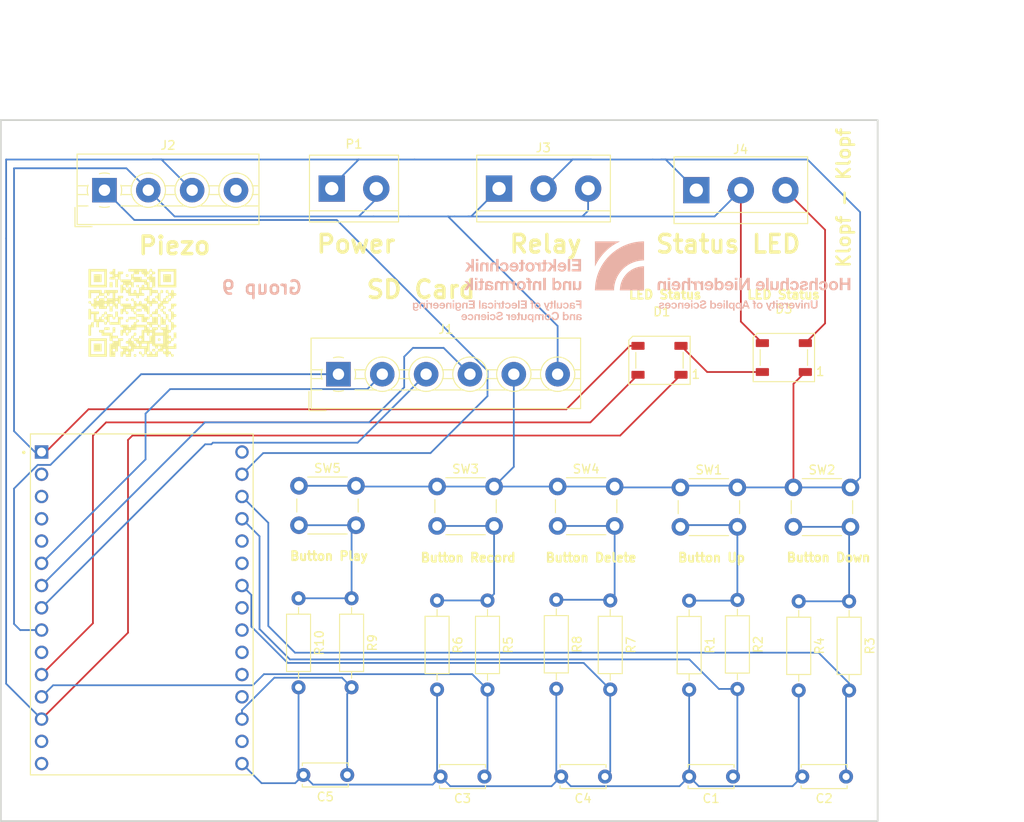
<source format=kicad_pcb>
(kicad_pcb (version 20240108) (generator "pcbnew") (generator_version "8.0")
  (layers (0 "F.Cu" signal) (31 "B.Cu" signal) (34 "B.Paste" user) (35 "F.Paste" user) (36 "B.SilkS" user "B.Silkscreen") (37 "F.SilkS" user "F.Silkscreen") (38 "B.Mask" user) (39 "F.Mask" user) (44 "Edge.Cuts" user))
  (net 0 "")
  (net 1 "Net-(U1-GPIO2)")
  (net 2 "GND")
  (net 3 "Net-(U1-GPIO1)")
  (net 4 "Net-(U1-GPIO9)")
  (net 5 "Net-(U1-GPIO10)")
  (net 6 "Net-(U1-GPIO19{slash}USBD_+)")
  (net 7 "Net-(D1-DIN)")
  (net 8 "Net-(D1-DOUT)")
  (net 9 "5V")
  (net 10 "Net-(D3-DOUT)")
  (net 11 "Net-(J1-MOSI)")
  (net 12 "Net-(J1-MISO)")
  (net 13 "Net-(J1-CS)")
  (net 14 "Net-(J1-SCK)")
  (net 15 "Net-(J2-A0)")
  (net 17 "Net-(R1-Pad1)")
  (net 18 "Net-(R3-Pad1)")
  (net 19 "Net-(R5-Pad1)")
  (net 20 "Net-(R7-Pad1)")
  (net 21 "Net-(R10-Pad1)")
  (net 22 "3V3")
  (footprint "Button_Switch_THT:SW_PUSH_6mm_H4.3mm" (layer "F.Cu") (at 133.5 92.235)
    (property "Reference" "SW5" (at 3.25 -2 0) (layer "F.SilkS"))
    (property "Value" "Button Play")
    (pad "1" thru_hole circle (at 0 0 90) (size 2 2) (drill 1.1) (layers "*.Cu" "*.Mask") (net 9 "5V"))
    (pad "1" thru_hole circle (at 6.5 0 90) (size 2 2) (drill 1.1) (layers "*.Cu" "*.Mask") (net 9 "5V"))
    (pad "2" thru_hole circle (at 0 4.5 90) (size 2 2) (drill 1.1) (layers "*.Cu" "*.Mask") (net 21 "Net-(R10-Pad1)"))
    (pad "2" thru_hole circle (at 6.5 4.5 90) (size 2 2) (drill 1.1) (layers "*.Cu" "*.Mask") (net 21 "Net-(R10-Pad1)"))
  )
  (footprint "TerminalBlock:TerminalBlock_bornier-2_P5.08mm" (layer "F.Cu") (at 137.235 58.315)
    (property "Reference" "P1" (at 2.54 -5.08 0) (layer "F.SilkS"))
    (property "Value" "Power")
    (pad "1" thru_hole rect (at 0 0) (size 3 3) (drill 1.52) (layers "*.Cu" "*.Mask") (net 9 "5V"))
    (pad "2" thru_hole circle (at 5.08 0) (size 3 3) (drill 1.52) (layers "*.Cu" "*.Mask") (net 2 "GND"))
  )
  (footprint "Capacitor_THT:C_Disc_D5.0mm_W2.5mm_P5.00mm" (layer "F.Cu") (at 195.895 125.42 180)
    (property "Reference" "C2" (at 2.5 -2.5 0) (layer "F.SilkS"))
    (property "Value" "47nF")
    (pad "1" thru_hole circle (at 0 0 180) (size 1.6 1.6) (drill 0.8) (layers "*.Cu" "*.Mask") (net 3 "Net-(U1-GPIO1)"))
    (pad "2" thru_hole circle (at 5 0 180) (size 1.6 1.6) (drill 0.8) (layers "*.Cu" "*.Mask") (net 2 "GND"))
  )
  (footprint "Resistor_THT:R_Axial_DIN0207_L6.3mm_D2.5mm_P10.16mm_Horizontal" (layer "F.Cu") (at 190.495 105.42 -90)
    (property "Reference" "R4" (at 5.08 -2.37 90) (layer "F.SilkS"))
    (property "Value" "1kΩ")
    (pad "1" thru_hole circle (at 0 0 270) (size 1.6 1.6) (drill 0.8) (layers "*.Cu" "*.Mask") (net 18 "Net-(R3-Pad1)"))
    (pad "2" thru_hole oval (at 10.16 0 270) (size 1.6 1.6) (drill 0.8) (layers "*.Cu" "*.Mask") (net 2 "GND"))
  )
  (footprint "footprints:XCVR_ESP32-C3-DEVKITC-02" (layer "F.Cu") (at 115.57 105.7722)
    (property "Reference" "REF**" (hide yes))
    (property "Value" "XCVR_ESP32-C3_DEVKITC-02")
    (pad "1" thru_hole rect (at -11.43 -17.3922) (size 1.53 1.53) (drill 1.02) (layers "*.Cu" "*.Mask") (net 2 "GND"))
    (pad "2" thru_hole circle (at -11.43 -14.8522) (size 1.53 1.53) (drill 1.02) (layers "*.Cu" "*.Mask") (net 22 "3V3"))
    (pad "3" thru_hole circle (at -11.43 -12.3122) (size 1.53 1.53) (drill 1.02) (layers "*.Cu" "*.Mask") (net 22 "3V3"))
    (pad "4" thru_hole circle (at -11.43 -9.7722) (size 1.53 1.53) (drill 1.02) (layers "*.Cu" "*.Mask"))
    (pad "5" thru_hole circle (at -11.43 -7.2322) (size 1.53 1.53) (drill 1.02) (layers "*.Cu" "*.Mask") (net 2 "GND"))
    (pad "6" thru_hole circle (at -11.43 -4.6922) (size 1.53 1.53) (drill 1.02) (layers "*.Cu" "*.Mask") (net 14 "Net-(J1-SCK)"))
    (pad "7" thru_hole circle (at -11.43 -2.1522) (size 1.53 1.53) (drill 1.02) (layers "*.Cu" "*.Mask") (net 12 "Net-(J1-MISO)"))
    (pad "8" thru_hole circle (at -11.43 0.3878) (size 1.53 1.53) (drill 1.02) (layers "*.Cu" "*.Mask") (net 11 "Net-(J1-MOSI)"))
    (pad "9" thru_hole circle (at -11.43 2.9278) (size 1.53 1.53) (drill 1.02) (layers "*.Cu" "*.Mask") (net 13 "Net-(J1-CS)"))
    (pad "10" thru_hole circle (at -11.43 5.4678) (size 1.53 1.53) (drill 1.02) (layers "*.Cu" "*.Mask") (net 2 "GND"))
    (pad "11" thru_hole circle (at -11.43 8.0078) (size 1.53 1.53) (drill 1.02) (layers "*.Cu" "*.Mask") (net 7 "Net-(D1-DIN)"))
    (pad "12" thru_hole circle (at -11.43 10.5478) (size 1.53 1.53) (drill 1.02) (layers "*.Cu" "*.Mask") (net 4 "Net-(U1-GPIO9)"))
    (pad "13" thru_hole circle (at -11.43 13.0878) (size 1.53 1.53) (drill 1.02) (layers "*.Cu" "*.Mask") (net 9 "5V"))
    (pad "14" thru_hole circle (at -11.43 15.6278) (size 1.53 1.53) (drill 1.02) (layers "*.Cu" "*.Mask") (net 9 "5V"))
    (pad "15" thru_hole circle (at -11.43 18.1678) (size 1.53 1.53) (drill 1.02) (layers "*.Cu" "*.Mask") (net 2 "GND"))
    (pad "16" thru_hole circle (at 11.43 18.1678) (size 1.53 1.53) (drill 1.02) (layers "*.Cu" "*.Mask") (net 2 "GND"))
    (pad "17" thru_hole circle (at 11.43 15.6278) (size 1.53 1.53) (drill 1.02) (layers "*.Cu" "*.Mask") (net 2 "GND"))
    (pad "18" thru_hole circle (at 11.43 13.0878) (size 1.53 1.53) (drill 1.02) (layers "*.Cu" "*.Mask") (net 6 "Net-(U1-GPIO19{slash}USBD_+)"))
    (pad "19" thru_hole circle (at 11.43 10.5478) (size 1.53 1.53) (drill 1.02) (layers "*.Cu" "*.Mask"))
    (pad "20" thru_hole circle (at 11.43 8.0078) (size 1.53 1.53) (drill 1.02) (layers "*.Cu" "*.Mask") (net 2 "GND"))
    (pad "21" thru_hole circle (at 11.43 5.4678) (size 1.53 1.53) (drill 1.02) (layers "*.Cu" "*.Mask"))
    (pad "22" thru_hole circle (at 11.43 2.9278) (size 1.53 1.53) (drill 1.02) (layers "*.Cu" "*.Mask"))
    (pad "23" thru_hole circle (at 11.43 0.3878) (size 1.53 1.53) (drill 1.02) (layers "*.Cu" "*.Mask") (net 2 "GND"))
    (pad "24" thru_hole circle (at 11.43 -2.1522) (size 1.53 1.53) (drill 1.02) (layers "*.Cu" "*.Mask") (net 5 "Net-(U1-GPIO10)"))
    (pad "25" thru_hole circle (at 11.43 -4.6922) (size 1.53 1.53) (drill 1.02) (layers "*.Cu" "*.Mask") (net 2 "GND"))
    (pad "26" thru_hole circle (at 11.43 -7.2322) (size 1.53 1.53) (drill 1.02) (layers "*.Cu" "*.Mask") (net 2 "GND"))
    (pad "27" thru_hole circle (at 11.43 -9.7722) (size 1.53 1.53) (drill 1.02) (layers "*.Cu" "*.Mask") (net 1 "Net-(U1-GPIO2)"))
    (pad "28" thru_hole circle (at 11.43 -12.3122) (size 1.53 1.53) (drill 1.02) (layers "*.Cu" "*.Mask") (net 3 "Net-(U1-GPIO1)"))
    (pad "29" thru_hole circle (at 11.43 -14.8522) (size 1.53 1.53) (drill 1.02) (layers "*.Cu" "*.Mask") (net 15 "Net-(J2-A0)"))
    (pad "30" thru_hole circle (at 11.43 -17.3922) (size 1.53 1.53) (drill 1.02) (layers "*.Cu" "*.Mask") (net 2 "GND"))
  )
  (footprint "Resistor_THT:R_Axial_DIN0207_L6.3mm_D2.5mm_P10.16mm_Horizontal" (layer "F.Cu") (at 196.245 105.42 -90)
    (property "Reference" "R3" (at 5.08 -2.37 90) (layer "F.SilkS"))
    (property "Value" "10kΩ")
    (pad "1" thru_hole circle (at 0 0 270) (size 1.6 1.6) (drill 0.8) (layers "*.Cu" "*.Mask") (net 18 "Net-(R3-Pad1)"))
    (pad "2" thru_hole oval (at 10.16 0 270) (size 1.6 1.6) (drill 0.8) (layers "*.Cu" "*.Mask") (net 3 "Net-(U1-GPIO1)"))
  )
  (footprint "TerminalBlock:TerminalBlock_MaiXu_MX126-5.0-04P_1x04_P5.00mm" (layer "F.Cu") (at 111.315 58.5)
    (property "Reference" "J2" (at 7.25 -5.12 0) (layer "F.SilkS"))
    (property "Value" "Mic")
    (pad "1" thru_hole rect (at 0 0) (size 2.8 2.8) (drill 1.3) (layers "*.Cu" "*.Mask") (net 15 "Net-(J2-A0)"))
    (pad "2" thru_hole circle (at 5 0) (size 2.8 2.8) (drill 1.3) (layers "*.Cu" "*.Mask") (net 2 "GND"))
    (pad "3" thru_hole circle (at 10 0) (size 2.8 2.8) (drill 1.3) (layers "*.Cu" "*.Mask") (net 9 "5V"))
    (pad "4" thru_hole circle (at 15 0) (size 2.8 2.8) (drill 1.3) (layers "*.Cu" "*.Mask"))
  )
  (footprint "Resistor_THT:R_Axial_DIN0207_L6.3mm_D2.5mm_P10.16mm_Horizontal" (layer "F.Cu") (at 178 105.34 -90)
    (property "Reference" "R1" (at 5.08 -2.37 90) (layer "F.SilkS"))
    (property "Value" "1kΩ")
    (pad "1" thru_hole circle (at 0 0 270) (size 1.6 1.6) (drill 0.8) (layers "*.Cu" "*.Mask") (net 17 "Net-(R1-Pad1)"))
    (pad "2" thru_hole oval (at 10.16 0 270) (size 1.6 1.6) (drill 0.8) (layers "*.Cu" "*.Mask") (net 2 "GND"))
  )
  (footprint "Resistor_THT:R_Axial_DIN0207_L6.3mm_D2.5mm_P10.16mm_Horizontal" (layer "F.Cu") (at 133.45 105.075 -90)
    (property "Reference" "R10" (at 5.08 -2.37 90) (layer "F.SilkS"))
    (property "Value" "1kΩ" (hide yes))
    (pad "1" thru_hole circle (at 0 0 270) (size 1.6 1.6) (drill 0.8) (layers "*.Cu" "*.Mask") (net 21 "Net-(R10-Pad1)"))
    (pad "2" thru_hole oval (at 10.16 0 270) (size 1.6 1.6) (drill 0.8) (layers "*.Cu" "*.Mask") (net 2 "GND"))
  )
  (footprint "Resistor_THT:R_Axial_DIN0207_L6.3mm_D2.5mm_P10.16mm_Horizontal" (layer "F.Cu") (at 183.5 105.26 -90)
    (property "Reference" "R2" (at 5.08 -2.37 90) (layer "F.SilkS"))
    (property "Value" "10kΩ")
    (pad "1" thru_hole circle (at 0 0 270) (size 1.6 1.6) (drill 0.8) (layers "*.Cu" "*.Mask") (net 17 "Net-(R1-Pad1)"))
    (pad "2" thru_hole oval (at 10.16 0 270) (size 1.6 1.6) (drill 0.8) (layers "*.Cu" "*.Mask") (net 1 "Net-(U1-GPIO2)"))
  )
  (footprint "Capacitor_THT:C_Disc_D5.0mm_W2.5mm_P5.00mm" (layer "F.Cu") (at 139 125.235 180)
    (property "Reference" "C5" (at 2.5 -2.5 0) (layer "F.SilkS"))
    (property "Value" "47nF")
    (pad "1" thru_hole circle (at 0 0 180) (size 1.6 1.6) (drill 0.8) (layers "*.Cu" "*.Mask") (net 6 "Net-(U1-GPIO19{slash}USBD_+)"))
    (pad "2" thru_hole circle (at 5 0 180) (size 1.6 1.6) (drill 0.8) (layers "*.Cu" "*.Mask") (net 2 "GND"))
  )
  (footprint "Button_Switch_THT:SW_PUSH_6mm_H4.3mm" (layer "F.Cu") (at 149.25 92.32)
    (property "Reference" "SW3" (at 3.25 -2 0) (layer "F.SilkS"))
    (property "Value" "Button Record")
    (pad "1" thru_hole circle (at 0 0 90) (size 2 2) (drill 1.1) (layers "*.Cu" "*.Mask") (net 9 "5V"))
    (pad "1" thru_hole circle (at 6.5 0 90) (size 2 2) (drill 1.1) (layers "*.Cu" "*.Mask") (net 9 "5V"))
    (pad "2" thru_hole circle (at 0 4.5 90) (size 2 2) (drill 1.1) (layers "*.Cu" "*.Mask") (net 19 "Net-(R5-Pad1)"))
    (pad "2" thru_hole circle (at 6.5 4.5 90) (size 2 2) (drill 1.1) (layers "*.Cu" "*.Mask") (net 19 "Net-(R5-Pad1)"))
  )
  (footprint "Capacitor_THT:C_Disc_D5.0mm_W2.5mm_P5.00mm" (layer "F.Cu") (at 168.4 125.42 180)
    (property "Reference" "C4" (at 2.5 -2.5 0) (layer "F.SilkS"))
    (property "Value" "47nF")
    (pad "1" thru_hole circle (at 0 0 180) (size 1.6 1.6) (drill 0.8) (layers "*.Cu" "*.Mask") (net 5 "Net-(U1-GPIO10)"))
    (pad "2" thru_hole circle (at 5 0 180) (size 1.6 1.6) (drill 0.8) (layers "*.Cu" "*.Mask") (net 2 "GND"))
  )
  (footprint "TerminalBlock:TerminalBlock_bornier-3_P5.08mm" (layer "F.Cu") (at 178.815 58.5)
    (property "Reference" "J4" (at 5.05 -4.65 0) (layer "F.SilkS"))
    (property "Value" "Status LED")
    (pad "1" thru_hole rect (at 0 0) (size 3 3) (drill 1.52) (layers "*.Cu" "*.Mask") (net 9 "5V"))
    (pad "2" thru_hole circle (at 5.08 0) (size 3 3) (drill 1.52) (layers "*.Cu" "*.Mask") (net 2 "GND"))
    (pad "3" thru_hole circle (at 10.16 0) (size 3 3) (drill 1.52) (layers "*.Cu" "*.Mask") (net 10 "Net-(D3-DOUT)"))
  )
  (footprint "TerminalBlock:TerminalBlock_bornier-3_P5.08mm" (layer "F.Cu") (at 156.315 58.315)
    (property "Reference" "J3" (at 5.05 -4.65 0) (layer "F.SilkS"))
    (property "Value" "Relay Solenoid")
    (pad "1" thru_hole rect (at 0 0) (size 3 3) (drill 1.52) (layers "*.Cu" "*.Mask") (net 2 "GND"))
    (pad "2" thru_hole circle (at 5.08 0) (size 3 3) (drill 1.52) (layers "*.Cu" "*.Mask") (net 9 "5V"))
    (pad "3" thru_hole circle (at 10.16 0) (size 3 3) (drill 1.52) (layers "*.Cu" "*.Mask") (net 2 "GND"))
  )
  (footprint "TerminalBlock:TerminalBlock_MaiXu_MX126-5.0-06P_1x06_P5.00mm" (layer "F.Cu") (at 138 79.5)
    (property "Reference" "J1" (at 12.25 -5.12 360) (layer "F.SilkS"))
    (property "Value" "SD Card")
    (pad "1" thru_hole rect (at 0 0) (size 2.8 2.8) (drill 1.3) (layers "*.Cu" "*.Mask") (net 13 "Net-(J1-CS)"))
    (pad "2" thru_hole circle (at 5 0) (size 2.8 2.8) (drill 1.3) (layers "*.Cu" "*.Mask") (net 14 "Net-(J1-SCK)"))
    (pad "3" thru_hole circle (at 10 0) (size 2.8 2.8) (drill 1.3) (layers "*.Cu" "*.Mask") (net 11 "Net-(J1-MOSI)"))
    (pad "4" thru_hole circle (at 15 0) (size 2.8 2.8) (drill 1.3) (layers "*.Cu" "*.Mask") (net 12 "Net-(J1-MISO)"))
    (pad "5" thru_hole circle (at 20 0) (size 2.8 2.8) (drill 1.3) (layers "*.Cu" "*.Mask") (net 9 "5V"))
    (pad "6" thru_hole circle (at 25 0) (size 2.8 2.8) (drill 1.3) (layers "*.Cu" "*.Mask") (net 2 "GND"))
  )
  (footprint "Button_Switch_THT:SW_PUSH_6mm_H4.3mm" (layer "F.Cu") (at 189.895 92.42)
    (property "Reference" "SW2" (at 3.25 -2 0) (layer "F.SilkS"))
    (property "Value" "Button Down")
    (pad "1" thru_hole circle (at 0 0 90) (size 2 2) (drill 1.1) (layers "*.Cu" "*.Mask") (net 9 "5V"))
    (pad "1" thru_hole circle (at 6.5 0 90) (size 2 2) (drill 1.1) (layers "*.Cu" "*.Mask") (net 9 "5V"))
    (pad "2" thru_hole circle (at 0 4.5 90) (size 2 2) (drill 1.1) (layers "*.Cu" "*.Mask") (net 18 "Net-(R3-Pad1)"))
    (pad "2" thru_hole circle (at 6.5 4.5 90) (size 2 2) (drill 1.1) (layers "*.Cu" "*.Mask") (net 18 "Net-(R3-Pad1)"))
  )
  (footprint "Resistor_THT:R_Axial_DIN0207_L6.3mm_D2.5mm_P10.16mm_Horizontal" (layer "F.Cu") (at 155 105.32 -90)
    (property "Reference" "R5" (at 5.08 -2.37 90) (layer "F.SilkS"))
    (property "Value" "10kΩ")
    (pad "1" thru_hole circle (at 0 0 270) (size 1.6 1.6) (drill 0.8) (layers "*.Cu" "*.Mask") (net 19 "Net-(R5-Pad1)"))
    (pad "2" thru_hole oval (at 10.16 0 270) (size 1.6 1.6) (drill 0.8) (layers "*.Cu" "*.Mask") (net 4 "Net-(U1-GPIO9)"))
  )
  (footprint "Resistor_THT:R_Axial_DIN0207_L6.3mm_D2.5mm_P10.16mm_Horizontal" (layer "F.Cu") (at 149.25 105.32 -90)
    (property "Reference" "R6" (at 5.08 -2.37 90) (layer "F.SilkS"))
    (property "Value" "1kΩ")
    (pad "1" thru_hole circle (at 0 0 270) (size 1.6 1.6) (drill 0.8) (layers "*.Cu" "*.Mask") (net 19 "Net-(R5-Pad1)"))
    (pad "2" thru_hole oval (at 10.16 0 270) (size 1.6 1.6) (drill 0.8) (layers "*.Cu" "*.Mask") (net 2 "GND"))
  )
  (footprint "Resistor_THT:R_Axial_DIN0207_L6.3mm_D2.5mm_P10.16mm_Horizontal" (layer "F.Cu") (at 169 105.32 -90)
    (property "Reference" "R7" (at 5.08 -2.37 90) (layer "F.SilkS"))
    (property "Value" "10kΩ")
    (pad "1" thru_hole circle (at 0 0 270) (size 1.6 1.6) (drill 0.8) (layers "*.Cu" "*.Mask") (net 20 "Net-(R7-Pad1)"))
    (pad "2" thru_hole oval (at 10.16 0 270) (size 1.6 1.6) (drill 0.8) (layers "*.Cu" "*.Mask") (net 5 "Net-(U1-GPIO10)"))
  )
  (footprint "Button_Switch_THT:SW_PUSH_6mm_H4.3mm" (layer "F.Cu") (at 163 92.32)
    (property "Reference" "SW4" (at 3.25 -2 0) (layer "F.SilkS"))
    (property "Value" "Button Delete")
    (pad "1" thru_hole circle (at 0 0 90) (size 2 2) (drill 1.1) (layers "*.Cu" "*.Mask") (net 9 "5V"))
    (pad "1" thru_hole circle (at 6.5 0 90) (size 2 2) (drill 1.1) (layers "*.Cu" "*.Mask") (net 9 "5V"))
    (pad "2" thru_hole circle (at 0 4.5 90) (size 2 2) (drill 1.1) (layers "*.Cu" "*.Mask") (net 20 "Net-(R7-Pad1)"))
    (pad "2" thru_hole circle (at 6.5 4.5 90) (size 2 2) (drill 1.1) (layers "*.Cu" "*.Mask") (net 20 "Net-(R7-Pad1)"))
  )
  (footprint "Capacitor_THT:C_Disc_D5.0mm_W2.5mm_P5.00mm" (layer "F.Cu") (at 154.65 125.42 180)
    (property "Reference" "C3" (at 2.5 -2.5 0) (layer "F.SilkS"))
    (property "Value" "47nF")
    (pad "1" thru_hole circle (at 0 0 180) (size 1.6 1.6) (drill 0.8) (layers "*.Cu" "*.Mask") (net 4 "Net-(U1-GPIO9)"))
    (pad "2" thru_hole circle (at 5 0 180) (size 1.6 1.6) (drill 0.8) (layers "*.Cu" "*.Mask") (net 2 "GND"))
  )
  (footprint "LED_SMD:LED_WS2812B_PLCC4_5.0x5.0mm_P3.2mm" (layer "F.Cu") (at 188.8 77.6 180)
    (property "Reference" "D3" (at 0 5.535 0) (layer "F.SilkS"))
    (property "Value" "WS2812B")
    (fp_text user "1" (at -4.15 -1.6 0) (layer "F.SilkS"))
    (pad "1" smd roundrect (at -2.45 -1.65 180) (size 1.5 0.9) (layers "F.Cu" "F.Paste" "F.Mask") (roundrect_rratio 0.1) (net 9 "5V"))
    (pad "2" smd roundrect (at -2.45 1.65 180) (size 1.5 0.9) (layers "F.Cu" "F.Paste" "F.Mask") (roundrect_rratio 0.1) (net 10 "Net-(D3-DOUT)"))
    (pad "3" smd roundrect (at 2.45 1.65 180) (size 1.5 0.9) (layers "F.Cu" "F.Paste" "F.Mask") (roundrect_rratio 0.1) (net 2 "GND"))
    (pad "4" smd roundrect (at 2.45 -1.65 180) (size 1.5 0.9) (layers "F.Cu" "F.Paste" "F.Mask") (roundrect_rratio 0.1) (net 8 "Net-(D1-DOUT)"))
  )
  (footprint "LED_SMD:LED_WS2812B_PLCC4_5.0x5.0mm_P3.2mm" (layer "F.Cu") (at 174.615 77.915 180)
    (property "Reference" "D1" (at -0.265 5.535 0) (layer "F.SilkS"))
    (property "Value" "WS2812B")
    (fp_text user "1" (at -4.15 -1.6 0) (layer "F.SilkS"))
    (pad "1" smd roundrect (at -2.45 -1.65 180) (size 1.5 0.9) (layers "F.Cu" "F.Paste" "F.Mask") (roundrect_rratio 0.1) (net 9 "5V"))
    (pad "2" smd roundrect (at -2.45 1.65 180) (size 1.5 0.9) (layers "F.Cu" "F.Paste" "F.Mask") (roundrect_rratio 0.1) (net 8 "Net-(D1-DOUT)"))
    (pad "3" smd roundrect (at 2.45 1.65 180) (size 1.5 0.9) (layers "F.Cu" "F.Paste" "F.Mask") (roundrect_rratio 0.1) (net 2 "GND"))
    (pad "4" smd roundrect (at 2.45 -1.65 180) (size 1.5 0.9) (layers "F.Cu" "F.Paste" "F.Mask") (roundrect_rratio 0.1) (net 7 "Net-(D1-DIN)"))
  )
  (footprint "Resistor_THT:R_Axial_DIN0207_L6.3mm_D2.5mm_P10.16mm_Horizontal" (layer "F.Cu") (at 139.5 105.075 -90)
    (property "Reference" "R9" (at 5.08 -2.37 90) (layer "F.SilkS"))
    (property "Value" "10kΩ")
    (pad "1" thru_hole circle (at 0 0 270) (size 1.6 1.6) (drill 0.8) (layers "*.Cu" "*.Mask") (net 21 "Net-(R10-Pad1)"))
    (pad "2" thru_hole oval (at 10.16 0 270) (size 1.6 1.6) (drill 0.8) (layers "*.Cu" "*.Mask") (net 6 "Net-(U1-GPIO19{slash}USBD_+)"))
  )
  (footprint "New_Library:QR_Code_10-10" (layer "F.Cu") (at 114.5 72.5)
    (property "Reference" "G***" (hide yes))
    (property "Value" "LOGO" (hide yes))
  )
  (footprint "Button_Switch_THT:SW_PUSH_6mm_H4.3mm" (layer "F.Cu") (at 177 92.42)
    (property "Reference" "SW1" (at 3.25 -2 0) (layer "F.SilkS"))
    (property "Value" "Button Up")
    (pad "1" thru_hole circle (at 0 0 90) (size 2 2) (drill 1.1) (layers "*.Cu" "*.Mask") (net 9 "5V"))
    (pad "1" thru_hole circle (at 6.5 0 90) (size 2 2) (drill 1.1) (layers "*.Cu" "*.Mask") (net 9 "5V"))
    (pad "2" thru_hole circle (at 0 4.5 90) (size 2 2) (drill 1.1) (layers "*.Cu" "*.Mask") (net 17 "Net-(R1-Pad1)"))
    (pad "2" thru_hole circle (at 6.5 4.5 90) (size 2 2) (drill 1.1) (layers "*.Cu" "*.Mask") (net 17 "Net-(R1-Pad1)"))
  )
  (footprint "Resistor_THT:R_Axial_DIN0207_L6.3mm_D2.5mm_P10.16mm_Horizontal" (layer "F.Cu") (at 162.85 105.24 -90)
    (property "Reference" "R8" (at 5.08 -2.37 90) (layer "F.SilkS"))
    (property "Value" "1kΩ")
    (pad "1" thru_hole circle (at 0 0 270) (size 1.6 1.6) (drill 0.8) (layers "*.Cu" "*.Mask") (net 20 "Net-(R7-Pad1)"))
    (pad "2" thru_hole oval (at 10.16 0 270) (size 1.6 1.6) (drill 0.8) (layers "*.Cu" "*.Mask") (net 2 "GND"))
  )
  (footprint "Capacitor_THT:C_Disc_D5.0mm_W2.5mm_P5.00mm" (layer "F.Cu") (at 183 125.42 180)
    (property "Reference" "C1" (at 2.5 -2.5 0) (layer "F.SilkS"))
    (property "Value" "47nF")
    (pad "1" thru_hole circle (at 0 0 180) (size 1.6 1.6) (drill 0.8) (layers "*.Cu" "*.Mask") (net 1 "Net-(U1-GPIO2)"))
    (pad "2" thru_hole circle (at 5 0 180) (size 1.6 1.6) (drill 0.8) (layers "*.Cu" "*.Mask") (net 2 "GND"))
  )
  (footprint "New_Library:HN_FB03_Logo_komplett_50mm" (layer "B.Cu") (at 171.5 69 180)
    (property "Reference" "G***" (hide yes))
    (property "Value" "LOGO" (hide yes))
  )
  (gr_rect (start 99.5 50.5) (end 199.5 130.5) (stroke (width 0.2)) (fill none) (layer "Edge.Cuts"))
  (gr_text "Group 9" (at 134 70.5 0) (layer "B.SilkS") (effects (font (size 1.5 1.5) (thickness 0.3) (bold yes)) (justify left bottom mirror)))
  (gr_text "Button Delete" (at 161.5 101.02 0) (layer "F.SilkS") (effects (font (size 1 1) (thickness 0.25) (bold yes)) (justify left bottom)))
  (gr_text "Power" (at 135.315 65.815 0) (layer "F.SilkS") (effects (font (size 2 2) (thickness 0.4) (bold yes)) (justify left bottom)))
  (gr_text "SD Card" (at 141 71 0) (layer "F.SilkS") (effects (font (size 2 2) (thickness 0.4) (bold yes)) (justify left bottom)))
  (gr_text "LED Status" (at 184.5 71 0) (layer "F.SilkS") (effects (font (size 1 1) (thickness 0.25) (bold yes)) (justify left bottom)))
  (gr_text "Button Play" (at 132.35 100.835 0) (layer "F.SilkS") (effects (font (size 1 1) (thickness 0.25) (bold yes)) (justify left bottom)))
  (gr_text "LED Status" (at 171 71 0) (layer "F.SilkS") (effects (font (size 1 1) (thickness 0.25) (bold yes)) (justify left bottom)))
  (gr_text "Klopf - Klopf" (at 196.5 67.5 90) (layer "F.SilkS") (effects (font (size 1.5 1.5) (thickness 0.3) (bold yes)) (justify left bottom)))
  (gr_text "Button Record" (at 147.25 101.02 0) (layer "F.SilkS") (effects (font (size 1 1) (thickness 0.25) (bold yes)) (justify left bottom)))
  (gr_text "Relay" (at 157.315 65.815 0) (layer "F.SilkS") (effects (font (size 2 2) (thickness 0.4) (bold yes)) (justify left bottom)))
  (gr_text "Button Down" (at 188.995 101 0) (layer "F.SilkS") (effects (font (size 1 1) (thickness 0.25) (bold yes)) (justify left bottom)))
  (gr_text "Button Up" (at 176.6 101.02 0) (layer "F.SilkS") (effects (font (size 1 1) (thickness 0.25) (bold yes)) (justify left bottom)))
  (gr_text "Piezo" (at 115 66 0) (layer "F.SilkS") (effects (font (size 2 2) (thickness 0.4) (bold yes)) (justify left bottom)))
  (gr_text "Status LED" (at 174 65.815 0) (layer "F.SilkS") (effects (font (size 2 2) (thickness 0.4) (bold yes)) (justify left bottom)))
  (segment (start 183.5 124.92) (end 183 125.42) (width 0.2) (layer "B.Cu") (net 1))
  (segment (start 181.395 115.42) (end 178.025 112.05) (width 0.2) (layer "B.Cu") (net 1))
  (segment (start 178.025 112.05) (end 132.465 112.05) (width 0.2) (layer "B.Cu") (net 1))
  (segment (start 129 98) (end 127 96) (width 0.2) (layer "B.Cu") (net 1))
  (segment (start 183.5 115.42) (end 181.395 115.42) (width 0.2) (layer "B.Cu") (net 1))
  (segment (start 183.5 115.42) (end 183.5 124.92) (width 0.2) (layer "B.Cu") (net 1))
  (segment (start 132.465 112.05) (end 129 108.585) (width 0.2) (layer "B.Cu") (net 1))
  (segment (start 129 108.585) (end 129 98) (width 0.2) (layer "B.Cu") (net 1))
  (segment (start 109.5 83.5) (end 104.62 88.38) (width 0.2) (layer "F.Cu") (net 2))
  (segment (start 104.62 88.38) (end 104.14 88.38) (width 0.2) (layer "F.Cu") (net 2))
  (segment (start 164 83.5) (end 109.5 83.5) (width 0.2) (layer "F.Cu") (net 2))
  (segment (start 186.35 75.95) (end 183.895 73.495) (width 0.2) (layer "F.Cu") (net 2))
  (segment (start 182.6 58.68) (end 182.42 58.5) (width 0.2) (layer "F.Cu") (net 2))
  (segment (start 172.165 76.265) (end 171.235 76.265) (width 0.2) (layer "F.Cu") (net 2))
  (segment (start 183.895 73.495) (end 183.895 58.5) (width 0.2) (layer "F.Cu") (net 2))
  (segment (start 171.235 76.265) (end 164 83.5) (width 0.2) (layer "F.Cu") (net 2))
  (segment (start 149.65 125.42) (end 148.735 126.335) (width 0.2) (layer "B.Cu") (net 2))
  (segment (start 153.13 61.5) (end 152.815 61.5) (width 0.2) (layer "B.Cu") (net 2))
  (segment (start 101 86) (end 103.38 88.38) (width 0.2) (layer "B.Cu") (net 2))
  (segment (start 178 115.5) (end 178 125.42) (width 0.2) (layer "B.Cu") (net 2))
  (segment (start 164.5 126.52) (end 163.4 125.42) (width 0.2) (layer "B.Cu") (net 2))
  (segment (start 149.25 115.48) (end 149.25 125.02) (width 0.2) (layer "B.Cu") (net 2))
  (segment (start 190.495 115.58) (end 190.495 125.02) (width 0.2) (layer "B.Cu") (net 2))
  (segment (start 146 61.5) (end 150.5 61.5) (width 0.2) (layer "B.Cu") (net 2))
  (segment (start 133.45 115.235) (end 133.45 124.685) (width 0.2) (layer "B.Cu") (net 2))
  (segment (start 162.3 126.52) (end 150.75 126.52) (width 0.2) (layer "B.Cu") (net 2))
  (segment (start 142.315 58.315) (end 142.315 59.5) (width 0.2) (layer "B.Cu") (net 2))
  (segment (start 190.895 125.42) (end 189.795 126.52) (width 0.2) (layer "B.Cu") (net 2))
  (segment (start 129.235 126.175) (end 133.06 126.175) (width 0.2) (layer "B.Cu") (net 2))
  (segment (start 163 74) (end 163 79.5) (width 0.2) (layer "B.Cu") (net 2))
  (segment (start 142 61.5) (end 146 61.5) (width 0.2) (layer "B.Cu") (net 2))
  (segment (start 166.475 60.84) (end 165.815 61.5) (width 0.2) (layer "B.Cu") (net 2))
  (segment (start 142.315 59.5) (end 140.315 61.5) (width 0.2) (layer "B.Cu") (net 2))
  (segment (start 166.475 58.315) (end 166.475 60.84) (width 0.2) (layer "B.Cu") (net 2))
  (segment (start 149.25 125.02) (end 149.65 125.42) (width 0.2) (layer "B.Cu") (net 2))
  (segment (start 189.795 126.52) (end 179.1 126.52) (width 0.2) (layer "B.Cu") (net 2))
  (segment (start 135.1 126.335) (end 134 125.235) (width 0.2) (layer "B.Cu") (net 2))
  (segment (start 190.495 125.02) (end 190.895 125.42) (width 0.2) (layer "B.Cu") (net 2))
  (segment (start 103.38 88.38) (end 104.14 88.38) (width 0.2) (layer "B.Cu") (net 2))
  (segment (start 116.315 58.5) (end 119.315 61.5) (width 0.2) (layer "B.Cu") (net 2))
  (segment (start 134 125.235) (end 133.06 126.175) (width 0.2) (layer "B.Cu") (net 2))
  (segment (start 162.85 124.87) (end 163.4 125.42) (width 0.2) (layer "B.Cu") (net 2))
  (segment (start 133.45 124.685) (end 134 125.235) (width 0.2) (layer "B.Cu") (net 2))
  (segment (start 119.315 61.5) (end 140.315 61.5) (width 0.2) (layer "B.Cu") (net 2))
  (segment (start 163.4 125.42) (end 162.3 126.52) (width 0.2) (layer "B.Cu") (net 2))
  (segment (start 176.9 126.52) (end 164.5 126.52) (width 0.2) (layer "B.Cu") (net 2))
  (segment (start 127 123.94) (end 129.235 126.175) (width 0.2) (layer "B.Cu") (net 2))
  (segment (start 162.85 115.4) (end 162.85 124.87) (width 0.2) (layer "B.Cu") (net 2))
  (segment (start 101 56) (end 101 86) (width 0.2) (layer "B.Cu") (net 2))
  (segment (start 150.75 126.52) (end 149.65 125.42) (width 0.2) (layer "B.Cu") (net 2))
  (segment (start 156.315 58.315) (end 153.13 61.5) (width 0.2) (layer "B.Cu") (net 2))
  (segment (start 165.815 61.5) (end 152.815 61.5) (width 0.2) (layer "B.Cu") (net 2))
  (segment (start 113.815 56) (end 101 56) (width 0.2) (layer "B.Cu") (net 2))
  (segment (start 150.5 61.5) (end 163 74) (width 0.2) (layer "B.Cu") (net 2))
  (segment (start 179.1 126.52) (end 178 125.42) (width 0.2) (layer "B.Cu") (net 2))
  (segment (start 152.815 61.5) (end 151.25 61.5) (width 0.2) (layer "B.Cu") (net 2))
  (segment (start 178 125.42) (end 176.9 126.52) (width 0.2) (layer "B.Cu") (net 2))
  (segment (start 183.895 58.5) (end 180.895 61.5) (width 0.2) (layer "B.Cu") (net 2))
  (segment (start 140.315 61.5) (end 142 61.5) (width 0.2) (layer "B.Cu") (net 2))
  (segment (start 148.735 126.335) (end 135.1 126.335) (width 0.2) (layer "B.Cu") (net 2))
  (segment (start 150.5 61.5) (end 151.25 61.5) (width 0.2) (layer "B.Cu") (net 2))
  (segment (start 178 125.42) (end 177.5 125.42) (width 0.2) (layer "B.Cu") (net 2))
  (segment (start 180.895 61.5) (end 165.815 61.5) (width 0.2) (layer "B.Cu") (net 2))
  (segment (start 116.315 58.5) (end 113.815 56) (width 0.2) (layer "B.Cu") (net 2))
  (segment (start 130 96.46) (end 127 93.46) (width 0.2) (layer "B.Cu") (net 3))
  (segment (start 196.245 115.58) (end 196.245 114.77) (width 0.2) (layer "B.Cu") (net 3))
  (segment (start 196.245 114.77) (end 192.755 111.28) (width 0.2) (layer "B.Cu") (net 3))
  (segment (start 133.045 111.28) (end 130 108.235) (width 0.2) (layer "B.Cu") (net 3))
  (segment (start 195.895 115.93) (end 196.245 115.58) (width 0.2) (layer "B.Cu") (net 3))
  (segment (start 192.755 111.28) (end 133.045 111.28) (width 0.2) (layer "B.Cu") (net 3))
  (segment (start 130 108.235) (end 130 96.46) (width 0.2) (layer "B.Cu") (net 3))
  (segment (start 195.895 125.42) (end 195.895 115.93) (width 0.2) (layer "B.Cu") (net 3))
  (segment (start 128.235 115) (end 105.46 115) (width 0.2) (layer "B.Cu") (net 4))
  (segment (start 155 115.48) (end 153.255 113.735) (width 0.2) (layer "B.Cu") (net 4))
  (segment (start 154.4 125.17) (end 154.65 125.42) (width 0.2) (layer "B.Cu") (net 4))
  (segment (start 155 125.07) (end 154.65 125.42) (width 0.2) (layer "B.Cu") (net 4))
  (segment (start 105.46 115) (end 104.14 116.32) (width 0.2) (layer "B.Cu") (net 4))
  (segment (start 129.5 113.735) (end 128.235 115) (width 0.2) (layer "B.Cu") (net 4))
  (segment (start 155 115.48) (end 155 125.07) (width 0.2) (layer "B.Cu") (net 4))
  (segment (start 153.255 113.735) (end 129.5 113.735) (width 0.2) (layer "B.Cu") (net 4))
  (segment (start 132.215 112.45) (end 128.065 108.3) (width 0.2) (layer "B.Cu") (net 5))
  (segment (start 169 115.48) (end 165.97 112.45) (width 0.2) (layer "B.Cu") (net 5))
  (segment (start 165.97 112.45) (end 132.215 112.45) (width 0.2) (layer "B.Cu") (net 5))
  (segment (start 169 124.82) (end 168.4 125.42) (width 0.2) (layer "B.Cu") (net 5))
  (segment (start 128.065 104.685) (end 127 103.62) (width 0.2) (layer "B.Cu") (net 5))
  (segment (start 169 115.48) (end 169 124.82) (width 0.2) (layer "B.Cu") (net 5))
  (segment (start 128.065 108.3) (end 128.065 104.685) (width 0.2) (layer "B.Cu") (net 5))
  (segment (start 130.691138 114.135) (end 127 117.826138) (width 0.2) (layer "B.Cu") (net 6))
  (segment (start 139.5 124.735) (end 139 125.235) (width 0.2) (layer "B.Cu") (net 6))
  (segment (start 139.5 115.235) (end 138.4 114.135) (width 0.2) (layer "B.Cu") (net 6))
  (segment (start 139.5 115.235) (end 139.5 115.485) (width 0.2) (layer "B.Cu") (net 6))
  (segment (start 127 117.826138) (end 127 118.86) (width 0.2) (layer "B.Cu") (net 6))
  (segment (start 138.4 114.135) (end 130.691138 114.135) (width 0.2) (layer "B.Cu") (net 6))
  (segment (start 139 115.985) (end 139 125.235) (width 0.2) (layer "B.Cu") (net 6))
  (segment (start 139.5 115.485) (end 139 115.985) (width 0.2) (layer "B.Cu") (net 6))
  (segment (start 111.5 85) (end 110 86.5) (width 0.2) (layer "F.Cu") (net 7))
  (segment (start 172.165 79.565) (end 166.73 85) (width 0.2) (layer "F.Cu") (net 7))
  (segment (start 110 86.5) (end 110 107.92) (width 0.2) (layer "F.Cu") (net 7))
  (segment (start 166.73 85) (end 111.5 85) (width 0.2) (layer "F.Cu") (net 7))
  (segment (start 110 107.92) (end 104.14 113.78) (width 0.2) (layer "F.Cu") (net 7))
  (segment (start 180.05 79.25) (end 177.065 76.265) (width 0.2) (layer "F.Cu") (net 8))
  (segment (start 186.35 79.25) (end 180.05 79.25) (width 0.2) (layer "F.Cu") (net 8))
  (segment (start 170.13 86.5) (end 114.5 86.5) (width 0.2) (layer "F.Cu") (net 9))
  (segment (start 114.5 86.5) (end 114 87) (width 0.2) (layer "F.Cu") (net 9))
  (segment (start 189.895 80.605) (end 189.895 92.42) (width 0.2) (layer "F.Cu") (net 9))
  (segment (start 191.25 79.25) (end 189.895 80.605) (width 0.2) (layer "F.Cu") (net 9))
  (segment (start 114 87) (end 114 109) (width 0.2) (layer "F.Cu") (net 9))
  (segment (start 114 109) (end 104.14 118.86) (width 0.2) (layer "F.Cu") (net 9))
  (segment (start 177.065 79.565) (end 170.13 86.5) (width 0.2) (layer "F.Cu") (net 9))
  (segment (start 140.085 92.32) (end 140 92.235) (width 0.2) (layer "B.Cu") (net 9))
  (segment (start 146.67 55) (end 166.815 55) (width 0.2) (layer "B.Cu") (net 9))
  (segment (start 116.815 55) (end 100.1 55) (width 0.2) (layer "B.Cu") (net 9))
  (segment (start 140.315 55) (end 146.67 55) (width 0.2) (layer "B.Cu") (net 9))
  (segment (start 175.315 55) (end 174.815 55) (width 0.2) (layer "B.Cu") (net 9))
  (segment (start 137.235 58.315) (end 137.235 58.08) (width 0.2) (layer "B.Cu") (net 9))
  (segment (start 100.1 55) (end 100.1 64) (width 0.2) (layer "B.Cu") (net 9))
  (segment (start 149.25 92.32) (end 140.085 92.32) (width 0.2) (layer "B.Cu") (net 9))
  (segment (start 174.815 55) (end 191.5 55) (width 0.2) (layer "B.Cu") (net 9))
  (segment (start 121.315 58.5) (end 117.815 55) (width 0.2) (layer "B.Cu") (net 9))
  (segment (start 177 92.42) (end 169.6 92.42) (width 0.2) (layer "B.Cu") (net 9))
  (segment (start 158 90.07) (end 155.75 92.32) (width 0.2) (layer "B.Cu") (net 9))
  (segment (start 196.395 92.42) (end 189.895 92.42) (width 0.2) (layer "B.Cu") (net 9))
  (segment (start 140 92.235) (end 133.5 92.235) (width 0.2) (layer "B.Cu") (net 9))
  (segment (start 163 92.32) (end 155.75 92.32) (width 0.2) (layer "B.Cu") (net 9))
  (segment (start 100.1 114.82) (end 104.14 118.86) (width 0.2) (layer "B.Cu") (net 9))
  (segment (start 173.84 55) (end 174.815 55) (width 0.2) (layer "B.Cu") (net 9))
  (segment (start 155.75 92.32) (end 149.25 92.32) (width 0.2) (layer "B.Cu") (net 9))
  (segment (start 116.815 55) (end 140.315 55) (width 0.2) (layer "B.Cu") (net 9))
  (segment (start 189.895 92.42) (end 183.5 92.42) (width 0.2) (layer "B.Cu") (net 9))
  (segment (start 100.1 64) (end 100.1 114.82) (width 0.2) (layer "B.Cu") (net 9))
  (segment (start 191.5 55) (end 197.5 61) (width 0.2) (layer "B.Cu") (net 9))
  (segment (start 169.5 92.32) (end 163 92.32) (width 0.2) (layer "B.Cu") (net 9))
  (segment (start 197.5 61) (end 197.5 91.315) (width 0.2) (layer "B.Cu") (net 9))
  (segment (start 183.7 92.42) (end 183.5 92.22) (width 0.2) (layer "B.Cu") (net 9))
  (segment (start 117.815 55) (end 116.815 55) (width 0.2) (layer "B.Cu") (net 9))
  (segment (start 137.235 58.08) (end 140.315 55) (width 0.2) (layer "B.Cu") (net 9))
  (segment (start 169.6 92.42) (end 169.5 92.32) (width 0.2) (layer "B.Cu") (net 9))
  (segment (start 164.71 55) (end 166.815 55) (width 0.2) (layer "B.Cu") (net 9))
  (segment (start 140.1 92.135) (end 140 92.235) (width 0.2) (layer "B.Cu") (net 9))
  (segment (start 166.815 55) (end 173.84 55) (width 0.2) (layer "B.Cu") (net 9))
  (segment (start 158 79.5) (end 158 90.07) (width 0.2) (layer "B.Cu") (net 9))
  (segment (start 178.815 58.5) (end 175.315 55) (width 0.2) (layer "B.Cu") (net 9))
  (segment (start 183.5 92.22) (end 177 92.22) (width 0.2) (layer "B.Cu") (net 9))
  (segment (start 161.395 58.315) (end 164.71 55) (width 0.2) (layer "B.Cu") (net 9))
  (segment (start 197.5 91.315) (end 196.395 92.42) (width 0.2) (layer "B.Cu") (net 9))
  (segment (start 188.975 58.5) (end 193.5 63.025) (width 0.2) (layer "F.Cu") (net 10))
  (segment (start 193.5 73.7) (end 191.25 75.95) (width 0.2) (layer "F.Cu") (net 10))
  (segment (start 193.5 63.025) (end 193.5 73.7) (width 0.2) (layer "F.Cu") (net 10))
  (segment (start 122.8 87.5) (end 104.14 106.16) (width 0.2) (layer "B.Cu") (net 11))
  (segment (start 148 79.5) (end 140.185 87.315) (width 0.2) (layer "B.Cu") (net 11))
  (segment (start 123.5 87.5) (end 122.8 87.5) (width 0.2) (layer "B.Cu") (net 11))
  (segment (start 123.685 87.315) (end 123.5 87.5) (width 0.2) (layer "B.Cu") (net 11))
  (segment (start 140.185 87.315) (end 123.685 87.315) (width 0.2) (layer "B.Cu") (net 11))
  (segment (start 122.76 85) (end 104.14 103.62) (width 0.2) (layer "B.Cu") (net 12))
  (segment (start 141.5 85) (end 122.76 85) (width 0.2) (layer "B.Cu") (net 12))
  (segment (start 153 79.5) (end 150 76.5) (width 0.2) (layer "B.Cu") (net 12))
  (segment (start 145.5 77.5) (end 145.5 81) (width 0.2) (layer "B.Cu") (net 12))
  (segment (start 150 76.5) (end 146.5 76.5) (width 0.2) (layer "B.Cu") (net 12))
  (segment (start 146.5 76.5) (end 145.5 77.5) (width 0.2) (layer "B.Cu") (net 12))
  (segment (start 145.5 81) (end 141.5 85) (width 0.2) (layer "B.Cu") (net 12))
  (segment (start 101 108) (end 101.7 108.7) (width 0.2) (layer "B.Cu") (net 13))
  (segment (start 105.145 89.855) (end 103.698862 89.855) (width 0.2) (layer "B.Cu") (net 13))
  (segment (start 101 92.553862) (end 101 108) (width 0.2) (layer "B.Cu") (net 13))
  (segment (start 101.7 108.7) (end 104.14 108.7) (width 0.2) (layer "B.Cu") (net 13))
  (segment (start 103.698862 89.855) (end 101 92.553862) (width 0.2) (layer "B.Cu") (net 13))
  (segment (start 115.5 79.5) (end 105.145 89.855) (width 0.2) (layer "B.Cu") (net 13))
  (segment (start 138 79.5) (end 115.5 79.5) (width 0.2) (layer "B.Cu") (net 13))
  (segment (start 118.8 81.2) (end 116 84) (width 0.2) (layer "B.Cu") (net 14))
  (segment (start 116 89.22) (end 104.14 101.08) (width 0.2) (layer "B.Cu") (net 14))
  (segment (start 143 79.5) (end 141.3 81.2) (width 0.2) (layer "B.Cu") (net 14))
  (segment (start 141.3 81.2) (end 118.8 81.2) (width 0.2) (layer "B.Cu") (net 14))
  (segment (start 116 84) (end 116 89.22) (width 0.2) (layer "B.Cu") (net 14))
  (segment (start 155 82) (end 155 79.095836) (width 0.2) (layer "B.Cu") (net 15))
  (segment (start 114.715 61.9) (end 111.315 58.5) (width 0.2) (layer "B.Cu") (net 15))
  (segment (start 148.5 88.5) (end 155 82) (width 0.2) (layer "B.Cu") (net 15))
  (segment (start 127 90.92) (end 129.42 88.5) (width 0.2) (layer "B.Cu") (net 15))
  (segment (start 155 79.095836) (end 137.804164 61.9) (width 0.2) (layer "B.Cu") (net 15))
  (segment (start 129.42 88.5) (end 148.5 88.5) (width 0.2) (layer "B.Cu") (net 15))
  (segment (start 137.804164 61.9) (end 114.715 61.9) (width 0.2) (layer "B.Cu") (net 15))
  (segment (start 183.42 105.34) (end 183.5 105.26) (width 0.2) (layer "B.Cu") (net 17))
  (segment (start 183.5 96.72) (end 177 96.72) (width 0.2) (layer "B.Cu") (net 17))
  (segment (start 183.5 96.92) (end 183.5 105.26) (width 0.2) (layer "B.Cu") (net 17))
  (segment (start 178 105.34) (end 183.42 105.34) (width 0.2) (layer "B.Cu") (net 17))
  (segment (start 190.495 105.42) (end 196.245 105.42) (width 0.2) (layer "B.Cu") (net 18))
  (segment (start 196.395 96.92) (end 189.895 96.92) (width 0.2) (layer "B.Cu") (net 18))
  (segment (start 196.245 97.07) (end 196.395 96.92) (width 0.2) (layer "B.Cu") (net 18))
  (segment (start 196.245 105.42) (end 196.245 97.07) (width 0.2) (layer "B.Cu") (net 18))
  (segment (start 155.75 96.82) (end 149.25 96.82) (width 0.2) (layer "B.Cu") (net 19))
  (segment (start 155.75 104.57) (end 155 105.32) (width 0.2) (layer "B.Cu") (net 19))
  (segment (start 155.75 96.82) (end 155.75 104.57) (width 0.2) (layer "B.Cu") (net 19))
  (segment (start 155 105.32) (end 149.25 105.32) (width 0.2) (layer "B.Cu") (net 19))
  (segment (start 162.85 105.24) (end 168.92 105.24) (width 0.2) (layer "B.Cu") (net 20))
  (segment (start 168.92 105.24) (end 169 105.32) (width 0.2) (layer "B.Cu") (net 20))
  (segment (start 163 105.09) (end 162.85 105.24) (width 0.2) (layer "B.Cu") (net 20))
  (segment (start 169.5 104.82) (end 169 105.32) (width 0.2) (layer "B.Cu") (net 20))
  (segment (start 169.5 96.82) (end 163 96.82) (width 0.2) (layer "B.Cu") (net 20))
  (segment (start 169.5 96.82) (end 169.5 104.82) (width 0.2) (layer "B.Cu") (net 20))
  (segment (start 139.5 105.075) (end 133.45 105.075) (width 0.2) (layer "B.Cu") (net 21))
  (segment (start 140 96.735) (end 133.5 96.735) (width 0.2) (layer "B.Cu") (net 21))
  (segment (start 139.5 96.735) (end 139.5 105.075) (width 0.2) (layer "B.Cu") (net 21))
)
</source>
